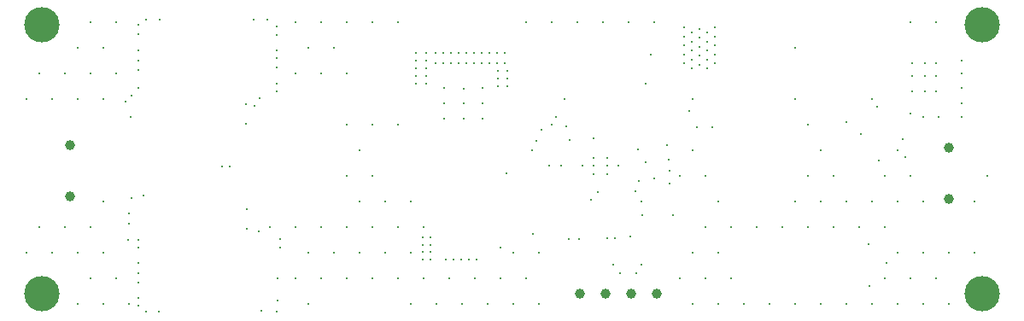
<source format=gbr>
%TF.GenerationSoftware,Altium Limited,Altium Designer,23.0.1 (38)*%
G04 Layer_Color=0*
%FSLAX45Y45*%
%MOMM*%
%TF.SameCoordinates,3EE063B3-4F93-4FDD-BE50-ED7C6B7A8C7B*%
%TF.FilePolarity,Positive*%
%TF.FileFunction,Plated,1,4,PTH,Drill*%
%TF.Part,Single*%
G01*
G75*
%TA.AperFunction,ComponentDrill*%
%ADD121C,1.00000*%
%ADD122C,1.00000*%
%ADD123C,3.50000*%
%TA.AperFunction,ViaDrill,NotFilled*%
%ADD124C,0.30480*%
%ADD125C,0.20000*%
D121*
X279400Y1473200D02*
D03*
Y965200D02*
D03*
X8991600Y939800D02*
D03*
Y1447800D02*
D03*
D122*
X6096000Y0D02*
D03*
X5842000D02*
D03*
X5588000D02*
D03*
X5334000D02*
D03*
D123*
X0Y2667000D02*
D03*
Y0D02*
D03*
X9321800D02*
D03*
Y2667000D02*
D03*
D124*
X6032500Y2374900D02*
D03*
X5981700Y2082800D02*
D03*
X9372600Y1168400D02*
D03*
X9245600Y914400D02*
D03*
Y406400D02*
D03*
X8991600D02*
D03*
Y-101600D02*
D03*
X8864600Y2692400D02*
D03*
X8737600Y914400D02*
D03*
Y406400D02*
D03*
X8864600Y152400D02*
D03*
X8737600Y-101600D02*
D03*
X8610600Y2692400D02*
D03*
X8483600Y1422400D02*
D03*
X8610600Y1168400D02*
D03*
X8483600Y914400D02*
D03*
Y406400D02*
D03*
X8610600Y152400D02*
D03*
X8483600Y-101600D02*
D03*
X8229600Y1930400D02*
D03*
X8356600Y1168400D02*
D03*
X8229600Y914400D02*
D03*
X8356600Y660400D02*
D03*
Y152400D02*
D03*
X8229600Y-101600D02*
D03*
X7975600Y914400D02*
D03*
X8102600Y660400D02*
D03*
X7975600Y-101600D02*
D03*
X7721600Y1422400D02*
D03*
X7848600Y1168400D02*
D03*
X7721600Y914400D02*
D03*
X7848600Y660400D02*
D03*
X7721600Y-101600D02*
D03*
X7467600Y2438400D02*
D03*
Y1930400D02*
D03*
X7594600Y1676400D02*
D03*
Y1168400D02*
D03*
X7467600Y914400D02*
D03*
X7594600Y660400D02*
D03*
X7467600Y-101600D02*
D03*
X7340600Y660400D02*
D03*
X7213600Y-101600D02*
D03*
X7086600Y660400D02*
D03*
X6959600Y-101600D02*
D03*
X6705600Y914400D02*
D03*
X6832600Y660400D02*
D03*
X6705600Y406400D02*
D03*
X6832600Y152400D02*
D03*
X6705600Y-101600D02*
D03*
X6451600Y1930400D02*
D03*
Y1422400D02*
D03*
X6578600Y1168400D02*
D03*
Y660400D02*
D03*
X6451600Y406400D02*
D03*
X6578600Y152400D02*
D03*
X6451600Y-101600D02*
D03*
X6324600Y1168400D02*
D03*
Y152400D02*
D03*
X6070600Y2692400D02*
D03*
X5943600Y914400D02*
D03*
X5816600Y2692400D02*
D03*
X5562600D02*
D03*
X5308600D02*
D03*
X5181600Y1930400D02*
D03*
X5054600Y2692400D02*
D03*
Y1676400D02*
D03*
X4927600Y406400D02*
D03*
Y-101600D02*
D03*
X4800600Y2692400D02*
D03*
X4673600Y406400D02*
D03*
X4800600Y152400D02*
D03*
X4673600Y-101600D02*
D03*
X4546600Y152400D02*
D03*
X4419600Y-101600D02*
D03*
X4292600Y152400D02*
D03*
X4165600Y-101600D02*
D03*
X4038600Y152400D02*
D03*
X3911600Y-101600D02*
D03*
X3657600Y914400D02*
D03*
X3784600Y660400D02*
D03*
X3657600Y406400D02*
D03*
X3784600Y152400D02*
D03*
X3657600Y-101600D02*
D03*
X3530600Y2692400D02*
D03*
Y1676400D02*
D03*
X3403600Y914400D02*
D03*
X3530600Y660400D02*
D03*
X3403600Y406400D02*
D03*
X3530600Y152400D02*
D03*
X3276600Y2692400D02*
D03*
Y1676400D02*
D03*
X3149600Y1422400D02*
D03*
X3276600Y1168400D02*
D03*
X3149600Y914400D02*
D03*
X3276600Y660400D02*
D03*
X3149600Y406400D02*
D03*
X3276600Y152400D02*
D03*
X3022600Y2692400D02*
D03*
X2895600Y2438400D02*
D03*
X3022600Y2184400D02*
D03*
Y1676400D02*
D03*
Y1168400D02*
D03*
Y660400D02*
D03*
X2895600Y406400D02*
D03*
X3022600Y152400D02*
D03*
X2768600Y2692400D02*
D03*
X2641600Y2438400D02*
D03*
X2768600Y2184400D02*
D03*
Y660400D02*
D03*
X2641600Y406400D02*
D03*
X2768600Y152400D02*
D03*
X2641600Y-101600D02*
D03*
X2514600Y2692400D02*
D03*
Y2184400D02*
D03*
Y660400D02*
D03*
Y152400D02*
D03*
X2260600Y660400D02*
D03*
X863600Y-101600D02*
D03*
X736600Y2692400D02*
D03*
X609600Y2438400D02*
D03*
X736600Y2184400D02*
D03*
X609600Y1930400D02*
D03*
Y914400D02*
D03*
Y406400D02*
D03*
X736600Y152400D02*
D03*
X609600Y-101600D02*
D03*
X482600Y2692400D02*
D03*
X355600Y2438400D02*
D03*
X482600Y2184400D02*
D03*
X355600Y1930400D02*
D03*
X482600Y660400D02*
D03*
X355600Y406400D02*
D03*
X482600Y152400D02*
D03*
X355600Y-101600D02*
D03*
X228600Y2184400D02*
D03*
X101600Y1930400D02*
D03*
X228600Y660400D02*
D03*
X101600Y406400D02*
D03*
X-25400Y2184400D02*
D03*
X-152400Y1930400D02*
D03*
X-25400Y660400D02*
D03*
X-152400Y406400D02*
D03*
X6197600Y1473200D02*
D03*
X6210300Y1333500D02*
D03*
X6223000Y1219200D02*
D03*
Y1092200D02*
D03*
X5905500Y1435100D02*
D03*
X5981700Y1308100D02*
D03*
X5918200Y1117600D02*
D03*
X5880100Y1016000D02*
D03*
X5143500Y1270000D02*
D03*
X4178300Y2032000D02*
D03*
X8610600Y1790700D02*
D03*
X8737600Y1752600D02*
D03*
X8890000D02*
D03*
X9118600D02*
D03*
Y1892300D02*
D03*
Y2044700D02*
D03*
Y2184400D02*
D03*
Y2311400D02*
D03*
X8750300Y2286000D02*
D03*
Y2159000D02*
D03*
Y2006600D02*
D03*
X8864600D02*
D03*
X8623300D02*
D03*
X8864600Y2159000D02*
D03*
X8623300D02*
D03*
X8864600Y2286000D02*
D03*
X8623300D02*
D03*
X4953000Y1625600D02*
D03*
X5092700Y1752600D02*
D03*
X4368800Y1892300D02*
D03*
X4178300D02*
D03*
X3987800Y2044700D02*
D03*
Y1892300D02*
D03*
Y1739900D02*
D03*
X4178300D02*
D03*
X4368800D02*
D03*
Y2044700D02*
D03*
X1155700Y-177800D02*
D03*
X1028700D02*
D03*
X952500Y-114300D02*
D03*
Y-38100D02*
D03*
Y114300D02*
D03*
Y203200D02*
D03*
Y304800D02*
D03*
Y457200D02*
D03*
Y533400D02*
D03*
X850900D02*
D03*
X863600Y698500D02*
D03*
Y800100D02*
D03*
X889000Y952500D02*
D03*
X1003300Y977900D02*
D03*
X876300Y1752600D02*
D03*
X825500Y1905000D02*
D03*
X889000Y1968500D02*
D03*
X952500Y2044700D02*
D03*
Y2222500D02*
D03*
Y2311400D02*
D03*
Y2413000D02*
D03*
Y2578100D02*
D03*
Y2667000D02*
D03*
X1028700Y2717800D02*
D03*
X1168400D02*
D03*
X2095500D02*
D03*
X2235200D02*
D03*
X2324100Y2654300D02*
D03*
Y2565400D02*
D03*
Y2413000D02*
D03*
Y2336800D02*
D03*
Y2247900D02*
D03*
Y2082800D02*
D03*
Y2006600D02*
D03*
X2159000Y1943100D02*
D03*
X2019300Y1879600D02*
D03*
X2108200Y1866900D02*
D03*
X2019300Y1689100D02*
D03*
X2032000Y838200D02*
D03*
Y647700D02*
D03*
X2146300Y622300D02*
D03*
X2362200Y546100D02*
D03*
Y457200D02*
D03*
X2336800Y152400D02*
D03*
Y-63500D02*
D03*
X2324100Y-177800D02*
D03*
X2171700Y-165100D02*
D03*
X3848100Y558800D02*
D03*
X3771900D02*
D03*
X3849193Y487057D02*
D03*
X3772993D02*
D03*
X3848100Y419100D02*
D03*
X3771900D02*
D03*
Y342900D02*
D03*
X3848100D02*
D03*
X4305300D02*
D03*
X4229100D02*
D03*
X4152900D02*
D03*
X4076700D02*
D03*
X4000500D02*
D03*
X5219700Y546100D02*
D03*
X5321300D02*
D03*
X5829300Y571500D02*
D03*
X5664200Y292100D02*
D03*
X5727700Y203200D02*
D03*
X5892800D02*
D03*
X5943600Y292100D02*
D03*
X6413500Y1816100D02*
D03*
X6489700Y1651000D02*
D03*
X6642100D02*
D03*
X8204200Y76200D02*
D03*
X8191500Y495300D02*
D03*
X8369300Y304800D02*
D03*
X8534400Y1536700D02*
D03*
X8559800Y1358900D02*
D03*
X8293100Y1320800D02*
D03*
X8280400Y1854200D02*
D03*
X8115300Y1587500D02*
D03*
X7975600Y1701800D02*
D03*
X4521200Y2057400D02*
D03*
X4610100D02*
D03*
X4521200Y2133600D02*
D03*
X4610100D02*
D03*
X4521200Y2209800D02*
D03*
X4610100D02*
D03*
X4584700Y2387600D02*
D03*
Y2286000D02*
D03*
X4508500Y2387600D02*
D03*
Y2286000D02*
D03*
X4432300Y2387600D02*
D03*
Y2286000D02*
D03*
X4356100Y2387600D02*
D03*
Y2286000D02*
D03*
X4279900Y2387600D02*
D03*
Y2286000D02*
D03*
X4203700Y2387600D02*
D03*
Y2286000D02*
D03*
X4127500Y2387600D02*
D03*
Y2286000D02*
D03*
X4051300Y2387600D02*
D03*
Y2286000D02*
D03*
X3975100Y2387600D02*
D03*
Y2286000D02*
D03*
X3898900Y2387600D02*
D03*
Y2286000D02*
D03*
X3810000Y2387600D02*
D03*
X3708400D02*
D03*
X3810000Y2311400D02*
D03*
X3708400D02*
D03*
X3810000Y2235200D02*
D03*
X3708400D02*
D03*
X3810000Y2159000D02*
D03*
X3708400D02*
D03*
Y2082800D02*
D03*
X3810000D02*
D03*
X6667500Y2286000D02*
D03*
Y2374900D02*
D03*
Y2463800D02*
D03*
Y2552700D02*
D03*
Y2641600D02*
D03*
X6591300Y2235200D02*
D03*
Y2324100D02*
D03*
Y2413000D02*
D03*
Y2501900D02*
D03*
Y2590800D02*
D03*
X6515100Y2273300D02*
D03*
Y2362200D02*
D03*
Y2451100D02*
D03*
Y2540000D02*
D03*
Y2628900D02*
D03*
X6438900Y2590800D02*
D03*
Y2501900D02*
D03*
Y2413000D02*
D03*
Y2324100D02*
D03*
Y2235200D02*
D03*
X6362700Y2286000D02*
D03*
Y2374900D02*
D03*
Y2463800D02*
D03*
Y2552700D02*
D03*
Y2641600D02*
D03*
X4856480Y1427480D02*
D03*
X4902200Y1516380D02*
D03*
X1858010Y1262380D02*
D03*
X1784350D02*
D03*
X5675630Y551180D02*
D03*
X5601970D02*
D03*
X5196840Y1661160D02*
D03*
X4864100Y596900D02*
D03*
X5438140Y932180D02*
D03*
X5506720Y1008478D02*
D03*
X6250940Y782690D02*
D03*
X5948680Y784860D02*
D03*
X5466371Y1540485D02*
D03*
X5232400Y1524000D02*
D03*
X6070600Y1145540D02*
D03*
X5029200Y1270000D02*
D03*
X4546600Y457200D02*
D03*
X4603000Y1193800D02*
D03*
D125*
X5605200Y1270000D02*
D03*
X5717200D02*
D03*
X5469200D02*
D03*
X5357200D02*
D03*
X5605200Y1190000D02*
D03*
Y1350000D02*
D03*
X5469200D02*
D03*
Y1190000D02*
D03*
%TF.MD5,6c347a6b37b8b7d9066d4ada51fae97a*%
M02*

</source>
